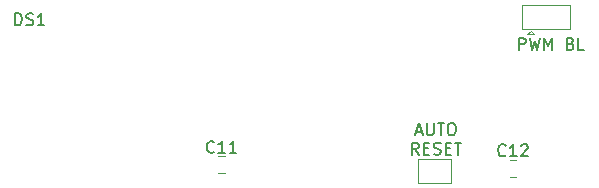
<source format=gbr>
G04 #@! TF.GenerationSoftware,KiCad,Pcbnew,(5.1.0)-1*
G04 #@! TF.CreationDate,2022-04-18T23:31:18-07:00*
G04 #@! TF.ProjectId,1602A_LCD Serial Backpack,31363032-415f-44c4-9344-205365726961,rev?*
G04 #@! TF.SameCoordinates,PX660b0c0PY66ff300*
G04 #@! TF.FileFunction,Legend,Top*
G04 #@! TF.FilePolarity,Positive*
%FSLAX45Y45*%
G04 Gerber Fmt 4.5, Leading zero omitted, Abs format (unit mm)*
G04 Created by KiCad (PCBNEW (5.1.0)-1) date 2022-04-18 23:31:18*
%MOMM*%
%LPD*%
G04 APERTURE LIST*
%ADD10C,0.150000*%
%ADD11C,0.120000*%
%ADD12O,1.852000X1.302000*%
%ADD13C,3.102000*%
%ADD14O,1.902000X2.702000*%
%ADD15R,1.902000X2.702000*%
%ADD16R,3.102000X3.102000*%
%ADD17R,1.702000X1.702000*%
%ADD18C,1.702000*%
%ADD19R,1.802000X1.802000*%
%ADD20O,1.802000X1.802000*%
%ADD21C,1.542000*%
%ADD22R,1.102000X1.602000*%
%ADD23C,0.100000*%
%ADD24C,1.252000*%
%ADD25C,2.000000*%
G04 APERTURE END LIST*
D10*
X4074883Y2166333D02*
X4122502Y2166333D01*
X4065359Y2137762D02*
X4098693Y2237762D01*
X4132026Y2137762D01*
X4165359Y2237762D02*
X4165359Y2156810D01*
X4170121Y2147286D01*
X4174883Y2142524D01*
X4184407Y2137762D01*
X4203455Y2137762D01*
X4212979Y2142524D01*
X4217740Y2147286D01*
X4222502Y2156810D01*
X4222502Y2237762D01*
X4255836Y2237762D02*
X4312979Y2237762D01*
X4284407Y2137762D02*
X4284407Y2237762D01*
X4365360Y2237762D02*
X4384407Y2237762D01*
X4393931Y2233000D01*
X4403455Y2223476D01*
X4408217Y2204429D01*
X4408217Y2171095D01*
X4403455Y2152048D01*
X4393931Y2142524D01*
X4384407Y2137762D01*
X4365360Y2137762D01*
X4355836Y2142524D01*
X4346312Y2152048D01*
X4341550Y2171095D01*
X4341550Y2204429D01*
X4346312Y2223476D01*
X4355836Y2233000D01*
X4365360Y2237762D01*
X4096312Y1972762D02*
X4062978Y2020381D01*
X4039169Y1972762D02*
X4039169Y2072762D01*
X4077264Y2072762D01*
X4086788Y2068000D01*
X4091550Y2063238D01*
X4096312Y2053714D01*
X4096312Y2039429D01*
X4091550Y2029905D01*
X4086788Y2025143D01*
X4077264Y2020381D01*
X4039169Y2020381D01*
X4139169Y2025143D02*
X4172502Y2025143D01*
X4186788Y1972762D02*
X4139169Y1972762D01*
X4139169Y2072762D01*
X4186788Y2072762D01*
X4224883Y1977524D02*
X4239169Y1972762D01*
X4262979Y1972762D01*
X4272502Y1977524D01*
X4277264Y1982286D01*
X4282026Y1991810D01*
X4282026Y2001333D01*
X4277264Y2010857D01*
X4272502Y2015619D01*
X4262979Y2020381D01*
X4243931Y2025143D01*
X4234407Y2029905D01*
X4229645Y2034667D01*
X4224883Y2044190D01*
X4224883Y2053714D01*
X4229645Y2063238D01*
X4234407Y2068000D01*
X4243931Y2072762D01*
X4267740Y2072762D01*
X4282026Y2068000D01*
X4324883Y2025143D02*
X4358217Y2025143D01*
X4372502Y1972762D02*
X4324883Y1972762D01*
X4324883Y2072762D01*
X4372502Y2072762D01*
X4401074Y2072762D02*
X4458217Y2072762D01*
X4429645Y1972762D02*
X4429645Y2072762D01*
X4944052Y2859962D02*
X4944052Y2959962D01*
X4982148Y2959962D01*
X4991671Y2955200D01*
X4996433Y2950438D01*
X5001195Y2940914D01*
X5001195Y2926629D01*
X4996433Y2917105D01*
X4991671Y2912343D01*
X4982148Y2907581D01*
X4944052Y2907581D01*
X5034529Y2959962D02*
X5058338Y2859962D01*
X5077386Y2931390D01*
X5096433Y2859962D01*
X5120243Y2959962D01*
X5158338Y2859962D02*
X5158338Y2959962D01*
X5191671Y2888533D01*
X5225005Y2959962D01*
X5225005Y2859962D01*
X5382148Y2912343D02*
X5396433Y2907581D01*
X5401195Y2902819D01*
X5405957Y2893295D01*
X5405957Y2879010D01*
X5401195Y2869486D01*
X5396433Y2864724D01*
X5386910Y2859962D01*
X5348814Y2859962D01*
X5348814Y2959962D01*
X5382148Y2959962D01*
X5391671Y2955200D01*
X5396433Y2950438D01*
X5401195Y2940914D01*
X5401195Y2931390D01*
X5396433Y2921867D01*
X5391671Y2917105D01*
X5382148Y2912343D01*
X5348814Y2912343D01*
X5496433Y2859962D02*
X5448814Y2859962D01*
X5448814Y2959962D01*
D11*
X5043860Y3019896D02*
X5073860Y2989896D01*
X5013860Y2989896D02*
X5073860Y2989896D01*
X5043860Y3019896D02*
X5013860Y2989896D01*
X4968860Y3039896D02*
X4968860Y3239896D01*
X5378860Y3039896D02*
X4968860Y3039896D01*
X5378860Y3239896D02*
X5378860Y3039896D01*
X4968860Y3239896D02*
X5378860Y3239896D01*
X4870375Y1929000D02*
X4922625Y1929000D01*
X4870375Y1787000D02*
X4922625Y1787000D01*
X2452845Y1819950D02*
X2400595Y1819950D01*
X2452845Y1961950D02*
X2400595Y1961950D01*
X4093700Y1733800D02*
X4093700Y1933800D01*
X4373700Y1733800D02*
X4093700Y1733800D01*
X4373700Y1933800D02*
X4373700Y1733800D01*
X4093700Y1933800D02*
X4373700Y1933800D01*
D10*
X679691Y3068722D02*
X679691Y3168722D01*
X703501Y3168722D01*
X717787Y3163960D01*
X727310Y3154436D01*
X732072Y3144912D01*
X736834Y3125865D01*
X736834Y3111579D01*
X732072Y3092531D01*
X727310Y3083008D01*
X717787Y3073484D01*
X703501Y3068722D01*
X679691Y3068722D01*
X774929Y3073484D02*
X789215Y3068722D01*
X813025Y3068722D01*
X822548Y3073484D01*
X827310Y3078246D01*
X832072Y3087770D01*
X832072Y3097293D01*
X827310Y3106817D01*
X822548Y3111579D01*
X813025Y3116341D01*
X793977Y3121103D01*
X784453Y3125865D01*
X779691Y3130627D01*
X774929Y3140150D01*
X774929Y3149674D01*
X779691Y3159198D01*
X784453Y3163960D01*
X793977Y3168722D01*
X817787Y3168722D01*
X832072Y3163960D01*
X927310Y3068722D02*
X870168Y3068722D01*
X898739Y3068722D02*
X898739Y3168722D01*
X889215Y3154436D01*
X879691Y3144912D01*
X870168Y3140150D01*
X4831314Y1968336D02*
X4826552Y1963574D01*
X4812267Y1958812D01*
X4802743Y1958812D01*
X4788457Y1963574D01*
X4778933Y1973098D01*
X4774171Y1982621D01*
X4769410Y2001669D01*
X4769410Y2015955D01*
X4774171Y2035002D01*
X4778933Y2044526D01*
X4788457Y2054050D01*
X4802743Y2058812D01*
X4812267Y2058812D01*
X4826552Y2054050D01*
X4831314Y2049288D01*
X4926552Y1958812D02*
X4869410Y1958812D01*
X4897981Y1958812D02*
X4897981Y2058812D01*
X4888457Y2044526D01*
X4878933Y2035002D01*
X4869410Y2030240D01*
X4964648Y2049288D02*
X4969410Y2054050D01*
X4978933Y2058812D01*
X5002743Y2058812D01*
X5012267Y2054050D01*
X5017029Y2049288D01*
X5021790Y2039764D01*
X5021790Y2030240D01*
X5017029Y2015955D01*
X4959886Y1958812D01*
X5021790Y1958812D01*
X2362434Y1997476D02*
X2357672Y1992714D01*
X2343387Y1987952D01*
X2333863Y1987952D01*
X2319577Y1992714D01*
X2310053Y2002238D01*
X2305291Y2011761D01*
X2300530Y2030809D01*
X2300530Y2045095D01*
X2305291Y2064142D01*
X2310053Y2073666D01*
X2319577Y2083190D01*
X2333863Y2087952D01*
X2343387Y2087952D01*
X2357672Y2083190D01*
X2362434Y2078428D01*
X2457672Y1987952D02*
X2400530Y1987952D01*
X2429101Y1987952D02*
X2429101Y2087952D01*
X2419577Y2073666D01*
X2410053Y2064142D01*
X2400530Y2059380D01*
X2552910Y1987952D02*
X2495768Y1987952D01*
X2524339Y1987952D02*
X2524339Y2087952D01*
X2514815Y2073666D01*
X2505291Y2064142D01*
X2495768Y2059380D01*
%LPC*%
D12*
X7027600Y2240200D03*
X7027600Y2040200D03*
X7027600Y1840200D03*
X7027600Y1640200D03*
D13*
X7751910Y3349070D03*
X7751858Y249000D03*
X252000Y249000D03*
X252000Y3349070D03*
D14*
X4611910Y3349070D03*
X4357910Y3349070D03*
X4103910Y3349070D03*
X3849910Y3349070D03*
X3595910Y3349070D03*
X3341910Y3349070D03*
X3087910Y3349070D03*
X2833910Y3349070D03*
X2579910Y3349070D03*
X2325910Y3349070D03*
X2071910Y3349070D03*
X1817910Y3349070D03*
X1563910Y3349070D03*
X1309910Y3349070D03*
X1055910Y3349070D03*
D15*
X801910Y3349070D03*
D13*
X321000Y1483000D03*
D16*
X321000Y975000D03*
D17*
X6089400Y3167300D03*
D18*
X6089400Y2767300D03*
D19*
X4100000Y249000D03*
D20*
X4100000Y503000D03*
X4354000Y249000D03*
X4354000Y503000D03*
X4608000Y249000D03*
X4608000Y503000D03*
X4862000Y249000D03*
X4862000Y503000D03*
X5116000Y249000D03*
X5116000Y503000D03*
X5370000Y249000D03*
X5370000Y503000D03*
X5624000Y249000D03*
X5624000Y503000D03*
X5878000Y249000D03*
X5878000Y503000D03*
X6132000Y249000D03*
X6132000Y503000D03*
X6386000Y249000D03*
X6386000Y503000D03*
X6640000Y249000D03*
X6640000Y503000D03*
X6894000Y249000D03*
X6894000Y503000D03*
D21*
X806200Y2240200D03*
X1060200Y2494200D03*
X806200Y2748200D03*
D22*
X5303860Y3139896D03*
X5173860Y3139896D03*
X5043860Y3139896D03*
D23*
G36*
X4832051Y1932969D02*
G01*
X4834693Y1932577D01*
X4837284Y1931928D01*
X4839798Y1931028D01*
X4842213Y1929886D01*
X4844504Y1928513D01*
X4846649Y1926922D01*
X4848628Y1925128D01*
X4850422Y1923149D01*
X4852013Y1921004D01*
X4853386Y1918713D01*
X4854528Y1916298D01*
X4855428Y1913783D01*
X4856077Y1911192D01*
X4856469Y1908550D01*
X4856600Y1905883D01*
X4856600Y1810117D01*
X4856469Y1807449D01*
X4856077Y1804807D01*
X4855428Y1802216D01*
X4854528Y1799702D01*
X4853386Y1797287D01*
X4852013Y1794996D01*
X4850422Y1792851D01*
X4848628Y1790872D01*
X4846649Y1789078D01*
X4844504Y1787487D01*
X4842213Y1786114D01*
X4839798Y1784972D01*
X4837284Y1784072D01*
X4834693Y1783423D01*
X4832051Y1783031D01*
X4829383Y1782900D01*
X4758617Y1782900D01*
X4755950Y1783031D01*
X4753308Y1783423D01*
X4750717Y1784072D01*
X4748202Y1784972D01*
X4745787Y1786114D01*
X4743496Y1787487D01*
X4741351Y1789078D01*
X4739372Y1790872D01*
X4737578Y1792851D01*
X4735987Y1794996D01*
X4734614Y1797287D01*
X4733472Y1799702D01*
X4732572Y1802216D01*
X4731923Y1804807D01*
X4731531Y1807449D01*
X4731400Y1810117D01*
X4731400Y1905883D01*
X4731531Y1908550D01*
X4731923Y1911192D01*
X4732572Y1913783D01*
X4733472Y1916298D01*
X4734614Y1918713D01*
X4735987Y1921004D01*
X4737578Y1923149D01*
X4739372Y1925128D01*
X4741351Y1926922D01*
X4743496Y1928513D01*
X4745787Y1929886D01*
X4748202Y1931028D01*
X4750717Y1931928D01*
X4753308Y1932577D01*
X4755950Y1932969D01*
X4758617Y1933100D01*
X4829383Y1933100D01*
X4832051Y1932969D01*
X4832051Y1932969D01*
G37*
D24*
X4794000Y1858000D03*
D23*
G36*
X5037051Y1932969D02*
G01*
X5039693Y1932577D01*
X5042284Y1931928D01*
X5044798Y1931028D01*
X5047213Y1929886D01*
X5049504Y1928513D01*
X5051649Y1926922D01*
X5053628Y1925128D01*
X5055422Y1923149D01*
X5057013Y1921004D01*
X5058386Y1918713D01*
X5059528Y1916298D01*
X5060428Y1913783D01*
X5061077Y1911192D01*
X5061469Y1908550D01*
X5061600Y1905883D01*
X5061600Y1810117D01*
X5061469Y1807449D01*
X5061077Y1804807D01*
X5060428Y1802216D01*
X5059528Y1799702D01*
X5058386Y1797287D01*
X5057013Y1794996D01*
X5055422Y1792851D01*
X5053628Y1790872D01*
X5051649Y1789078D01*
X5049504Y1787487D01*
X5047213Y1786114D01*
X5044798Y1784972D01*
X5042284Y1784072D01*
X5039693Y1783423D01*
X5037051Y1783031D01*
X5034383Y1782900D01*
X4963617Y1782900D01*
X4960950Y1783031D01*
X4958308Y1783423D01*
X4955717Y1784072D01*
X4953202Y1784972D01*
X4950787Y1786114D01*
X4948496Y1787487D01*
X4946351Y1789078D01*
X4944372Y1790872D01*
X4942578Y1792851D01*
X4940987Y1794996D01*
X4939614Y1797287D01*
X4938472Y1799702D01*
X4937572Y1802216D01*
X4936923Y1804807D01*
X4936531Y1807449D01*
X4936400Y1810117D01*
X4936400Y1905883D01*
X4936531Y1908550D01*
X4936923Y1911192D01*
X4937572Y1913783D01*
X4938472Y1916298D01*
X4939614Y1918713D01*
X4940987Y1921004D01*
X4942578Y1923149D01*
X4944372Y1925128D01*
X4946351Y1926922D01*
X4948496Y1928513D01*
X4950787Y1929886D01*
X4953202Y1931028D01*
X4955717Y1931928D01*
X4958308Y1932577D01*
X4960950Y1932969D01*
X4963617Y1933100D01*
X5034383Y1933100D01*
X5037051Y1932969D01*
X5037051Y1932969D01*
G37*
D24*
X4999000Y1858000D03*
D23*
G36*
X2567271Y1965919D02*
G01*
X2569913Y1965527D01*
X2572504Y1964878D01*
X2575018Y1963978D01*
X2577433Y1962836D01*
X2579724Y1961463D01*
X2581869Y1959872D01*
X2583848Y1958078D01*
X2585642Y1956099D01*
X2587233Y1953954D01*
X2588606Y1951663D01*
X2589748Y1949248D01*
X2590648Y1946733D01*
X2591297Y1944142D01*
X2591689Y1941500D01*
X2591820Y1938833D01*
X2591820Y1843067D01*
X2591689Y1840399D01*
X2591297Y1837757D01*
X2590648Y1835166D01*
X2589748Y1832652D01*
X2588606Y1830237D01*
X2587233Y1827946D01*
X2585642Y1825801D01*
X2583848Y1823822D01*
X2581869Y1822028D01*
X2579724Y1820437D01*
X2577433Y1819064D01*
X2575018Y1817922D01*
X2572504Y1817022D01*
X2569913Y1816373D01*
X2567271Y1815981D01*
X2564603Y1815850D01*
X2493837Y1815850D01*
X2491170Y1815981D01*
X2488528Y1816373D01*
X2485937Y1817022D01*
X2483422Y1817922D01*
X2481007Y1819064D01*
X2478716Y1820437D01*
X2476571Y1822028D01*
X2474592Y1823822D01*
X2472798Y1825801D01*
X2471207Y1827946D01*
X2469834Y1830237D01*
X2468692Y1832652D01*
X2467792Y1835166D01*
X2467143Y1837757D01*
X2466751Y1840399D01*
X2466620Y1843067D01*
X2466620Y1938833D01*
X2466751Y1941500D01*
X2467143Y1944142D01*
X2467792Y1946733D01*
X2468692Y1949248D01*
X2469834Y1951663D01*
X2471207Y1953954D01*
X2472798Y1956099D01*
X2474592Y1958078D01*
X2476571Y1959872D01*
X2478716Y1961463D01*
X2481007Y1962836D01*
X2483422Y1963978D01*
X2485937Y1964878D01*
X2488528Y1965527D01*
X2491170Y1965919D01*
X2493837Y1966050D01*
X2564603Y1966050D01*
X2567271Y1965919D01*
X2567271Y1965919D01*
G37*
D24*
X2529220Y1890950D03*
D23*
G36*
X2362271Y1965919D02*
G01*
X2364913Y1965527D01*
X2367504Y1964878D01*
X2370018Y1963978D01*
X2372433Y1962836D01*
X2374724Y1961463D01*
X2376869Y1959872D01*
X2378848Y1958078D01*
X2380642Y1956099D01*
X2382233Y1953954D01*
X2383606Y1951663D01*
X2384748Y1949248D01*
X2385648Y1946733D01*
X2386297Y1944142D01*
X2386689Y1941500D01*
X2386820Y1938833D01*
X2386820Y1843067D01*
X2386689Y1840399D01*
X2386297Y1837757D01*
X2385648Y1835166D01*
X2384748Y1832652D01*
X2383606Y1830237D01*
X2382233Y1827946D01*
X2380642Y1825801D01*
X2378848Y1823822D01*
X2376869Y1822028D01*
X2374724Y1820437D01*
X2372433Y1819064D01*
X2370018Y1817922D01*
X2367504Y1817022D01*
X2364913Y1816373D01*
X2362271Y1815981D01*
X2359603Y1815850D01*
X2288837Y1815850D01*
X2286170Y1815981D01*
X2283528Y1816373D01*
X2280937Y1817022D01*
X2278422Y1817922D01*
X2276007Y1819064D01*
X2273716Y1820437D01*
X2271571Y1822028D01*
X2269592Y1823822D01*
X2267798Y1825801D01*
X2266207Y1827946D01*
X2264834Y1830237D01*
X2263692Y1832652D01*
X2262792Y1835166D01*
X2262143Y1837757D01*
X2261751Y1840399D01*
X2261620Y1843067D01*
X2261620Y1938833D01*
X2261751Y1941500D01*
X2262143Y1944142D01*
X2262792Y1946733D01*
X2263692Y1949248D01*
X2264834Y1951663D01*
X2266207Y1953954D01*
X2267798Y1956099D01*
X2269592Y1958078D01*
X2271571Y1959872D01*
X2273716Y1961463D01*
X2276007Y1962836D01*
X2278422Y1963978D01*
X2280937Y1964878D01*
X2283528Y1965527D01*
X2286170Y1965919D01*
X2288837Y1966050D01*
X2359603Y1966050D01*
X2362271Y1965919D01*
X2362271Y1965919D01*
G37*
D24*
X2324220Y1890950D03*
D22*
X4298700Y1833800D03*
X4168700Y1833800D03*
D25*
X7300000Y400000D03*
M02*

</source>
